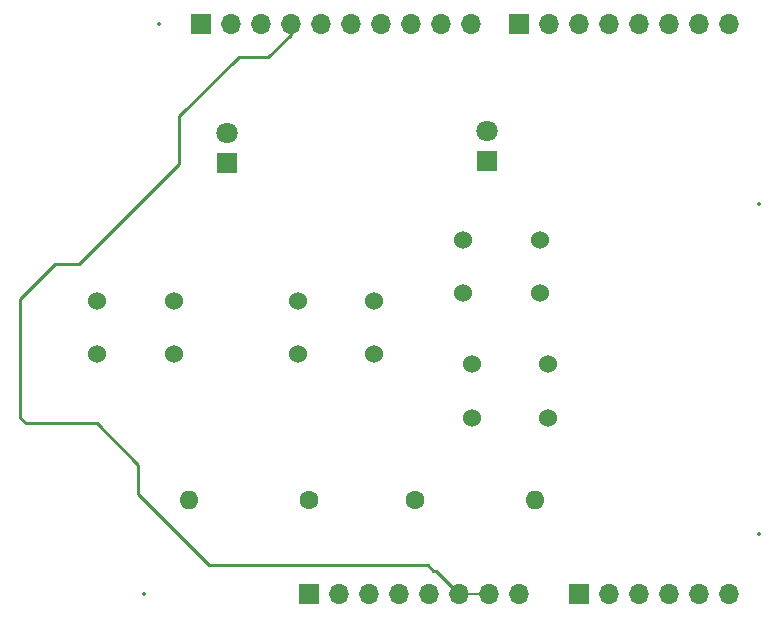
<source format=gbl>
%TF.GenerationSoftware,KiCad,Pcbnew,8.0.0*%
%TF.CreationDate,2024-03-19T17:26:08-04:00*%
%TF.ProjectId,1_arduino_project,315f6172-6475-4696-9e6f-5f70726f6a65,rev?*%
%TF.SameCoordinates,Original*%
%TF.FileFunction,Copper,L2,Bot*%
%TF.FilePolarity,Positive*%
%FSLAX46Y46*%
G04 Gerber Fmt 4.6, Leading zero omitted, Abs format (unit mm)*
G04 Created by KiCad (PCBNEW 8.0.0) date 2024-03-19 17:26:08*
%MOMM*%
%LPD*%
G01*
G04 APERTURE LIST*
%TA.AperFunction,ComponentPad*%
%ADD10R,1.700000X1.700000*%
%TD*%
%TA.AperFunction,ComponentPad*%
%ADD11O,1.700000X1.700000*%
%TD*%
%TA.AperFunction,ComponentPad*%
%ADD12C,1.600000*%
%TD*%
%TA.AperFunction,ComponentPad*%
%ADD13O,1.600000X1.600000*%
%TD*%
%TA.AperFunction,ComponentPad*%
%ADD14C,1.524000*%
%TD*%
%TA.AperFunction,ComponentPad*%
%ADD15R,1.800000X1.800000*%
%TD*%
%TA.AperFunction,ComponentPad*%
%ADD16C,1.800000*%
%TD*%
%TA.AperFunction,Conductor*%
%ADD17C,0.250000*%
%TD*%
%TA.AperFunction,Conductor*%
%ADD18C,0.200000*%
%TD*%
%ADD19C,0.350000*%
G04 APERTURE END LIST*
D10*
%TO.P,J1,1,Pin_1*%
%TO.N,unconnected-(J1-Pin_1-Pad1)*%
X127940000Y-97460000D03*
D11*
%TO.P,J1,2,Pin_2*%
%TO.N,/IOREF*%
X130480000Y-97460000D03*
%TO.P,J1,3,Pin_3*%
%TO.N,/~{RESET}*%
X133020000Y-97460000D03*
%TO.P,J1,4,Pin_4*%
%TO.N,+3V3*%
X135560000Y-97460000D03*
%TO.P,J1,5,Pin_5*%
%TO.N,+5V*%
X138100000Y-97460000D03*
%TO.P,J1,6,Pin_6*%
%TO.N,GND*%
X140640000Y-97460000D03*
%TO.P,J1,7,Pin_7*%
X143180000Y-97460000D03*
%TO.P,J1,8,Pin_8*%
%TO.N,VCC*%
X145720000Y-97460000D03*
%TD*%
D10*
%TO.P,J3,1,Pin_1*%
%TO.N,/A0*%
X150800000Y-97460000D03*
D11*
%TO.P,J3,2,Pin_2*%
%TO.N,/A1*%
X153340000Y-97460000D03*
%TO.P,J3,3,Pin_3*%
%TO.N,/A2*%
X155880000Y-97460000D03*
%TO.P,J3,4,Pin_4*%
%TO.N,/A3*%
X158420000Y-97460000D03*
%TO.P,J3,5,Pin_5*%
%TO.N,/SDA{slash}A4*%
X160960000Y-97460000D03*
%TO.P,J3,6,Pin_6*%
%TO.N,/SCL{slash}A5*%
X163500000Y-97460000D03*
%TD*%
D10*
%TO.P,J2,1,Pin_1*%
%TO.N,/SCL{slash}A5*%
X118796000Y-49200000D03*
D11*
%TO.P,J2,2,Pin_2*%
%TO.N,/SDA{slash}A4*%
X121336000Y-49200000D03*
%TO.P,J2,3,Pin_3*%
%TO.N,/AREF*%
X123876000Y-49200000D03*
%TO.P,J2,4,Pin_4*%
%TO.N,GND*%
X126416000Y-49200000D03*
%TO.P,J2,5,Pin_5*%
%TO.N,/13*%
X128956000Y-49200000D03*
%TO.P,J2,6,Pin_6*%
%TO.N,/12*%
X131496000Y-49200000D03*
%TO.P,J2,7,Pin_7*%
%TO.N,/\u002A11*%
X134036000Y-49200000D03*
%TO.P,J2,8,Pin_8*%
%TO.N,/\u002A10*%
X136576000Y-49200000D03*
%TO.P,J2,9,Pin_9*%
%TO.N,/\u002A9*%
X139116000Y-49200000D03*
%TO.P,J2,10,Pin_10*%
%TO.N,/8*%
X141656000Y-49200000D03*
%TD*%
D10*
%TO.P,J4,1,Pin_1*%
%TO.N,/7*%
X145720000Y-49200000D03*
D11*
%TO.P,J4,2,Pin_2*%
%TO.N,/\u002A6*%
X148260000Y-49200000D03*
%TO.P,J4,3,Pin_3*%
%TO.N,/\u002A5*%
X150800000Y-49200000D03*
%TO.P,J4,4,Pin_4*%
%TO.N,/4*%
X153340000Y-49200000D03*
%TO.P,J4,5,Pin_5*%
%TO.N,/\u002A3*%
X155880000Y-49200000D03*
%TO.P,J4,6,Pin_6*%
%TO.N,/2*%
X158420000Y-49200000D03*
%TO.P,J4,7,Pin_7*%
%TO.N,/TX{slash}1*%
X160960000Y-49200000D03*
%TO.P,J4,8,Pin_8*%
%TO.N,/RX{slash}0*%
X163500000Y-49200000D03*
%TD*%
D12*
%TO.P,R1,1*%
%TO.N,VCC*%
X136920000Y-89500000D03*
D13*
%TO.P,R1,2*%
%TO.N,Net-(R1-Pad2)*%
X147080000Y-89500000D03*
%TD*%
D12*
%TO.P,R2,1*%
%TO.N,VCC*%
X128000000Y-89500000D03*
D13*
%TO.P,R2,2*%
%TO.N,Net-(R2-Pad2)*%
X117840000Y-89500000D03*
%TD*%
D14*
%TO.P,SW3,1,1*%
%TO.N,Net-(R2-Pad2)*%
X110000000Y-72650000D03*
%TO.P,SW3,2,2*%
%TO.N,Net-(D2-K)*%
X116500000Y-72650000D03*
%TO.P,SW3,3*%
%TO.N,N/C*%
X116500000Y-77150000D03*
%TO.P,SW3,4*%
X110000000Y-77150000D03*
%TD*%
D15*
%TO.P,D1,1,K*%
%TO.N,Net-(D1-K)*%
X143000000Y-60775000D03*
D16*
%TO.P,D1,2,A*%
%TO.N,GND*%
X143000000Y-58235000D03*
%TD*%
D14*
%TO.P,SW2,1,1*%
%TO.N,Net-(SW1-Pad2)*%
X141000000Y-67500000D03*
%TO.P,SW2,2,2*%
%TO.N,Net-(D1-K)*%
X147500000Y-67500000D03*
%TO.P,SW2,3*%
%TO.N,N/C*%
X147500000Y-72000000D03*
%TO.P,SW2,4*%
X141000000Y-72000000D03*
%TD*%
D15*
%TO.P,D2,1,K*%
%TO.N,Net-(D2-K)*%
X121000000Y-60925000D03*
D16*
%TO.P,D2,2,A*%
%TO.N,GND*%
X121000000Y-58385000D03*
%TD*%
D14*
%TO.P,SW4,1,1*%
%TO.N,Net-(R2-Pad2)*%
X127000000Y-72650000D03*
%TO.P,SW4,2,2*%
%TO.N,Net-(D2-K)*%
X133500000Y-72650000D03*
%TO.P,SW4,3*%
%TO.N,N/C*%
X133500000Y-77150000D03*
%TO.P,SW4,4*%
X127000000Y-77150000D03*
%TD*%
%TO.P,SW1,1,1*%
%TO.N,Net-(R1-Pad2)*%
X141725000Y-78000000D03*
%TO.P,SW1,2,2*%
%TO.N,Net-(SW1-Pad2)*%
X148225000Y-78000000D03*
%TO.P,SW1,3*%
%TO.N,N/C*%
X148225000Y-82500000D03*
%TO.P,SW1,4*%
X141725000Y-82500000D03*
%TD*%
D17*
%TO.N,GND*%
X117000000Y-57000000D02*
X117000000Y-61000000D01*
X113500000Y-86500000D02*
X113500000Y-89000000D01*
X122000000Y-52000000D02*
X117000000Y-57000000D01*
X106500000Y-69500000D02*
X103500000Y-72500000D01*
X138500000Y-95500000D02*
X138680000Y-95500000D01*
X108500000Y-69500000D02*
X106500000Y-69500000D01*
D18*
X143180000Y-97460000D02*
X140640000Y-97460000D01*
D17*
X103500000Y-82500000D02*
X104000000Y-83000000D01*
X138680000Y-95500000D02*
X140640000Y-97460000D01*
X138000000Y-95000000D02*
X138500000Y-95500000D01*
X103500000Y-72500000D02*
X103500000Y-82500000D01*
X113500000Y-89000000D02*
X119500000Y-95000000D01*
X110000000Y-83000000D02*
X113500000Y-86500000D01*
X104000000Y-83000000D02*
X110000000Y-83000000D01*
X124500000Y-52000000D02*
X122000000Y-52000000D01*
X117000000Y-61000000D02*
X108500000Y-69500000D01*
X126416000Y-50084000D02*
X124500000Y-52000000D01*
X126416000Y-49200000D02*
X126416000Y-50084000D01*
X119500000Y-95000000D02*
X138000000Y-95000000D01*
%TD*%
D19*
X127940000Y-97460000D03*
X130480000Y-97460000D03*
X133020000Y-97460000D03*
X135560000Y-97460000D03*
X138100000Y-97460000D03*
X140640000Y-97460000D03*
X143180000Y-97460000D03*
X145720000Y-97460000D03*
X150800000Y-97460000D03*
X153340000Y-97460000D03*
X155880000Y-97460000D03*
X158420000Y-97460000D03*
X160960000Y-97460000D03*
X163500000Y-97460000D03*
X118796000Y-49200000D03*
X121336000Y-49200000D03*
X123876000Y-49200000D03*
X126416000Y-49200000D03*
X128956000Y-49200000D03*
X131496000Y-49200000D03*
X134036000Y-49200000D03*
X136576000Y-49200000D03*
X139116000Y-49200000D03*
X141656000Y-49200000D03*
X145720000Y-49200000D03*
X148260000Y-49200000D03*
X150800000Y-49200000D03*
X153340000Y-49200000D03*
X155880000Y-49200000D03*
X158420000Y-49200000D03*
X160960000Y-49200000D03*
X163500000Y-49200000D03*
X136920000Y-89500000D03*
X147080000Y-89500000D03*
X128000000Y-89500000D03*
X117840000Y-89500000D03*
X110000000Y-72650000D03*
X116500000Y-72650000D03*
X116500000Y-77150000D03*
X110000000Y-77150000D03*
X143000000Y-60775000D03*
X143000000Y-58235000D03*
X115240000Y-49200000D03*
X141000000Y-67500000D03*
X147500000Y-67500000D03*
X147500000Y-72000000D03*
X141000000Y-72000000D03*
X121000000Y-60925000D03*
X121000000Y-58385000D03*
X127000000Y-72650000D03*
X133500000Y-72650000D03*
X133500000Y-77150000D03*
X127000000Y-77150000D03*
X141725000Y-78000000D03*
X148225000Y-78000000D03*
X148225000Y-82500000D03*
X141725000Y-82500000D03*
X113970000Y-97460000D03*
X166040000Y-64440000D03*
X166040000Y-92380000D03*
M02*

</source>
